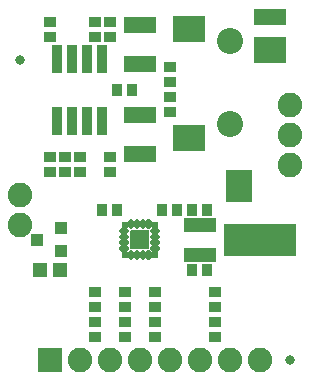
<source format=gbr>
G04 EAGLE Gerber RS-274X export*
G75*
%MOMM*%
%FSLAX34Y34*%
%LPD*%
%INSoldermask Top*%
%IPPOS*%
%AMOC8*
5,1,8,0,0,1.08239X$1,22.5*%
G01*
%ADD10C,0.381000*%
%ADD11C,0.468703*%
%ADD12R,0.543200X0.543200*%
%ADD13R,0.903200X1.103200*%
%ADD14R,1.103200X0.903200*%
%ADD15R,2.703200X1.203200*%
%ADD16R,6.203200X2.703200*%
%ADD17R,1.303200X1.203200*%
%ADD18R,2.703200X2.203200*%
%ADD19R,2.203200X2.703200*%
%ADD20R,2.703200X1.403200*%
%ADD21C,2.203200*%
%ADD22R,0.812800X2.413000*%
%ADD23R,2.082800X2.082800*%
%ADD24C,2.082800*%
%ADD25R,1.103200X1.003200*%
%ADD26C,0.838200*%

G36*
X121665Y93677D02*
X121665Y93677D01*
X121731Y93679D01*
X121774Y93697D01*
X121821Y93705D01*
X121878Y93739D01*
X121938Y93764D01*
X121973Y93795D01*
X122014Y93820D01*
X122056Y93871D01*
X122104Y93915D01*
X122126Y93957D01*
X122155Y93994D01*
X122176Y94056D01*
X122207Y94115D01*
X122215Y94169D01*
X122227Y94206D01*
X122226Y94246D01*
X122234Y94300D01*
X122234Y108900D01*
X122223Y108965D01*
X122221Y109031D01*
X122203Y109074D01*
X122195Y109121D01*
X122161Y109178D01*
X122136Y109238D01*
X122105Y109273D01*
X122080Y109314D01*
X122029Y109356D01*
X121985Y109404D01*
X121943Y109426D01*
X121906Y109455D01*
X121844Y109476D01*
X121785Y109507D01*
X121731Y109515D01*
X121694Y109527D01*
X121654Y109526D01*
X121600Y109534D01*
X107000Y109534D01*
X106935Y109523D01*
X106869Y109521D01*
X106826Y109503D01*
X106779Y109495D01*
X106722Y109461D01*
X106662Y109436D01*
X106627Y109405D01*
X106586Y109380D01*
X106545Y109329D01*
X106496Y109285D01*
X106474Y109243D01*
X106445Y109206D01*
X106424Y109144D01*
X106393Y109085D01*
X106385Y109031D01*
X106373Y108994D01*
X106373Y108982D01*
X106373Y108981D01*
X106374Y108952D01*
X106366Y108900D01*
X106366Y94300D01*
X106377Y94235D01*
X106379Y94169D01*
X106397Y94126D01*
X106405Y94079D01*
X106439Y94022D01*
X106464Y93962D01*
X106495Y93927D01*
X106520Y93886D01*
X106571Y93845D01*
X106615Y93796D01*
X106657Y93774D01*
X106694Y93745D01*
X106756Y93724D01*
X106815Y93693D01*
X106869Y93685D01*
X106906Y93673D01*
X106946Y93674D01*
X107000Y93666D01*
X121600Y93666D01*
X121665Y93677D01*
G37*
D10*
X215900Y113030D02*
X215900Y100330D01*
D11*
X106873Y86527D02*
X106727Y86527D01*
X106727Y89973D01*
X106873Y89973D01*
X106873Y86527D01*
X111727Y86527D02*
X111873Y86527D01*
X111727Y86527D02*
X111727Y89973D01*
X111873Y89973D01*
X111873Y86527D01*
X116727Y86527D02*
X116873Y86527D01*
X116727Y86527D02*
X116727Y89973D01*
X116873Y89973D01*
X116873Y86527D01*
X121727Y86527D02*
X121873Y86527D01*
X121727Y86527D02*
X121727Y89973D01*
X121873Y89973D01*
X121873Y86527D01*
D12*
X126950Y88950D03*
D11*
X125927Y94027D02*
X125927Y94173D01*
X129373Y94173D01*
X129373Y94027D01*
X125927Y94027D01*
X125927Y99027D02*
X125927Y99173D01*
X129373Y99173D01*
X129373Y99027D01*
X125927Y99027D01*
X125927Y104027D02*
X125927Y104173D01*
X129373Y104173D01*
X129373Y104027D01*
X125927Y104027D01*
X125927Y109027D02*
X125927Y109173D01*
X129373Y109173D01*
X129373Y109027D01*
X125927Y109027D01*
D12*
X126950Y114250D03*
D11*
X121873Y116673D02*
X121727Y116673D01*
X121873Y116673D02*
X121873Y113227D01*
X121727Y113227D01*
X121727Y116673D01*
X116873Y116673D02*
X116727Y116673D01*
X116873Y116673D02*
X116873Y113227D01*
X116727Y113227D01*
X116727Y116673D01*
X111873Y116673D02*
X111727Y116673D01*
X111873Y116673D02*
X111873Y113227D01*
X111727Y113227D01*
X111727Y116673D01*
X106873Y116673D02*
X106727Y116673D01*
X106873Y116673D02*
X106873Y113227D01*
X106727Y113227D01*
X106727Y116673D01*
D12*
X101650Y114250D03*
D11*
X102673Y109173D02*
X102673Y109027D01*
X99227Y109027D01*
X99227Y109173D01*
X102673Y109173D01*
X102673Y104173D02*
X102673Y104027D01*
X99227Y104027D01*
X99227Y104173D01*
X102673Y104173D01*
X102673Y99173D02*
X102673Y99027D01*
X99227Y99027D01*
X99227Y99173D01*
X102673Y99173D01*
X102673Y94173D02*
X102673Y94027D01*
X99227Y94027D01*
X99227Y94173D01*
X102673Y94173D01*
D12*
X101650Y88850D03*
D13*
X146200Y127000D03*
X133200Y127000D03*
X82400Y127000D03*
X95400Y127000D03*
D14*
X88900Y158600D03*
X88900Y171600D03*
X38100Y158600D03*
X38100Y171600D03*
D15*
X165100Y114300D03*
X165100Y88900D03*
D16*
X215900Y101600D03*
D13*
X171600Y76200D03*
X158600Y76200D03*
X171600Y127000D03*
X158600Y127000D03*
D14*
X76200Y31900D03*
X76200Y18900D03*
X101600Y31900D03*
X101600Y18900D03*
X127000Y31900D03*
X127000Y18900D03*
X177800Y31900D03*
X177800Y18900D03*
X177800Y44300D03*
X177800Y57300D03*
X127000Y44300D03*
X127000Y57300D03*
X76200Y44300D03*
X76200Y57300D03*
X101600Y44300D03*
X101600Y57300D03*
D17*
X46600Y76200D03*
X29600Y76200D03*
D18*
X156000Y279800D03*
X156000Y187800D03*
X225000Y261800D03*
D19*
X198000Y147300D03*
D20*
X225000Y289800D03*
D21*
X190500Y269800D03*
X190500Y199800D03*
D22*
X82550Y254762D03*
X69850Y254762D03*
X57150Y254762D03*
X44450Y254762D03*
X44450Y202438D03*
X57150Y202438D03*
X69850Y202438D03*
X82550Y202438D03*
D14*
X76200Y272900D03*
X76200Y285900D03*
X50800Y171600D03*
X50800Y158600D03*
X63500Y171600D03*
X63500Y158600D03*
X88900Y285900D03*
X88900Y272900D03*
D20*
X114300Y250200D03*
X114300Y283200D03*
X114300Y207000D03*
X114300Y174000D03*
D14*
X38100Y285900D03*
X38100Y272900D03*
X139700Y234800D03*
X139700Y247800D03*
X139700Y222400D03*
X139700Y209400D03*
D13*
X95100Y228600D03*
X108100Y228600D03*
D23*
X38100Y0D03*
D24*
X63500Y0D03*
X88900Y0D03*
X114300Y0D03*
X139700Y0D03*
X165100Y0D03*
X190500Y0D03*
X215900Y0D03*
D25*
X27100Y101600D03*
X48100Y111100D03*
X48100Y92100D03*
D24*
X12700Y114300D03*
X12700Y139700D03*
X241300Y215900D03*
X241300Y190500D03*
X241300Y165100D03*
D26*
X241300Y0D03*
X12700Y254000D03*
M02*

</source>
